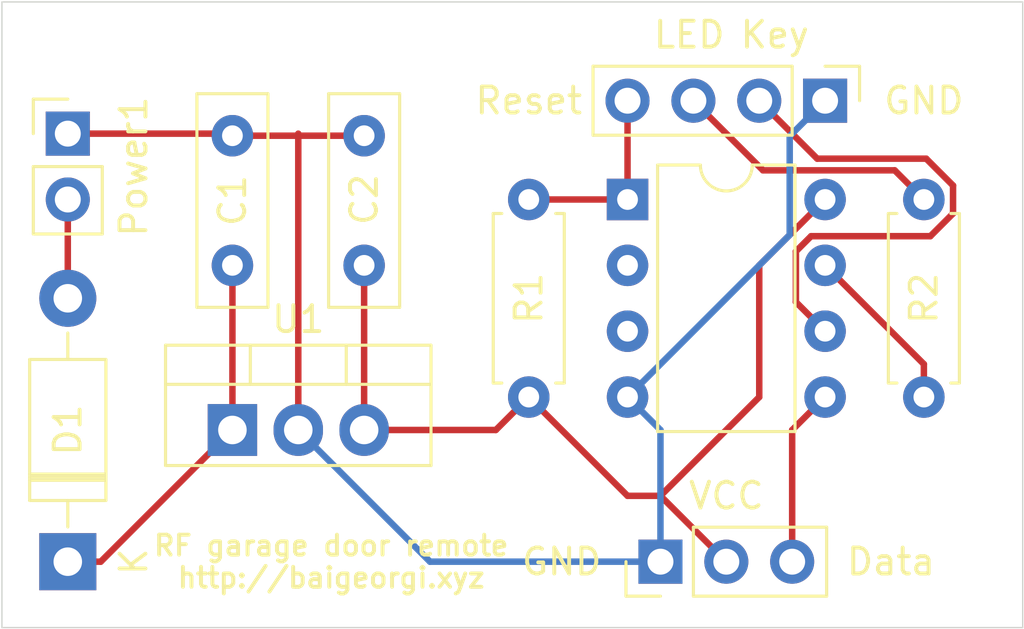
<source format=kicad_pcb>
(kicad_pcb (version 20211014) (generator pcbnew)
  (layers (0 "F.Cu" signal) (31 "B.Cu" signal) (34 "B.Paste" user) (35 "F.Paste" user) (36 "B.SilkS" user "B.Silkscreen") (37 "F.SilkS" user "F.Silkscreen") (38 "B.Mask" user) (39 "F.Mask" user) (44 "Edge.Cuts" user))
  (net 0 "")
  (net 1 "Net-(ATtiny1-Pad1)")
  (net 2 "RF")
  (net 3 "Net-(ATtiny1-Pad2)")
  (net 4 "Net-(ATtiny1-Pad6)")
  (net 5 "Net-(ATtiny1-Pad3)")
  (net 6 "Net-(ATtiny1-Pad7)")
  (net 7 "GND")
  (net 8 "+5V")
  (net 9 "Net-(C1-Pad1)")
  (net 10 "Net-(D1-Pad2)")
  (net 11 "Net-(J1-Pad3)")
  (footprint "Package_DIP:DIP-8_W7.62mm" (layer "F.Cu") (at 83.82 35.56)
    (fp_text reference "ATtiny1" hide)
    (fp_text value "ATtiny85-20PU" hide)
    (fp_line (start 6.46 -1.33) (end 4.81 -1.33) (layer "F.SilkS") (width 0.12))
    (fp_line (start 1.16 8.95) (end 6.46 8.95) (layer "F.SilkS") (width 0.12))
    (fp_line (start 2.81 -1.33) (end 1.16 -1.33) (layer "F.SilkS") (width 0.12))
    (fp_line (start 1.16 -1.33) (end 1.16 8.95) (layer "F.SilkS") (width 0.12))
    (fp_line (start 6.46 8.95) (end 6.46 -1.33) (layer "F.SilkS") (width 0.12))
    (fp_arc (start 4.81 -1.33) (mid 3.81 -0.33) (end 2.81 -1.33) (layer "F.SilkS") (width 0.12))
    (pad "1" thru_hole rect locked (at 0 0) (size 1.6 1.6) (drill 0.8) (layers *.Cu *.Mask) (net 1 "Net-(ATtiny1-Pad1)"))
    (pad "2" thru_hole oval locked (at 0 2.54) (size 1.6 1.6) (drill 0.8) (layers *.Cu *.Mask) (net 3 "Net-(ATtiny1-Pad2)"))
    (pad "3" thru_hole oval locked (at 0 5.08) (size 1.6 1.6) (drill 0.8) (layers *.Cu *.Mask) (net 5 "Net-(ATtiny1-Pad3)"))
    (pad "4" thru_hole oval locked (at 0 7.62) (size 1.6 1.6) (drill 0.8) (layers *.Cu *.Mask) (net 7 "GND"))
    (pad "5" thru_hole oval locked (at 7.62 7.62) (size 1.6 1.6) (drill 0.8) (layers *.Cu *.Mask) (net 2 "RF"))
    (pad "6" thru_hole oval locked (at 7.62 5.08) (size 1.6 1.6) (drill 0.8) (layers *.Cu *.Mask) (net 4 "Net-(ATtiny1-Pad6)"))
    (pad "7" thru_hole oval locked (at 7.62 2.54) (size 1.6 1.6) (drill 0.8) (layers *.Cu *.Mask) (net 6 "Net-(ATtiny1-Pad7)"))
    (pad "8" thru_hole oval locked (at 7.62 0) (size 1.6 1.6) (drill 0.8) (layers *.Cu *.Mask) (net 8 "+5V"))
  )
  (footprint "Capacitor_THT:C_Disc_D8.0mm_W2.5mm_P5.00mm" (layer "F.Cu") (at 68.58 38.1 90)
    (fp_text reference "C1" (at 2.5 0 90) (layer "F.SilkS"))
    (fp_text value "10uF/25V")
    (fp_line (start 6.62 -1.37) (end 6.62 1.37) (layer "F.SilkS") (width 0.12))
    (fp_line (start -1.62 -1.37) (end -1.62 1.37) (layer "F.SilkS") (width 0.12))
    (fp_line (start -1.62 1.37) (end 6.62 1.37) (layer "F.SilkS") (width 0.12))
    (fp_line (start -1.62 -1.37) (end 6.62 -1.37) (layer "F.SilkS") (width 0.12))
    (pad "1" thru_hole circle locked (at 0 0 90) (size 1.6 1.6) (drill 0.8) (layers *.Cu *.Mask) (net 9 "Net-(C1-Pad1)"))
    (pad "2" thru_hole circle locked (at 5 0 90) (size 1.6 1.6) (drill 0.8) (layers *.Cu *.Mask) (net 7 "GND"))
  )
  (footprint "Capacitor_THT:C_Disc_D8.0mm_W2.5mm_P5.00mm" (layer "F.Cu") (at 73.66 38.1 90)
    (fp_text reference "C2" (at 2.54 0 90) (layer "F.SilkS"))
    (fp_text value "10uF/25V")
    (fp_line (start 6.62 -1.37) (end 6.62 1.37) (layer "F.SilkS") (width 0.12))
    (fp_line (start -1.62 -1.37) (end 6.62 -1.37) (layer "F.SilkS") (width 0.12))
    (fp_line (start -1.62 -1.37) (end -1.62 1.37) (layer "F.SilkS") (width 0.12))
    (fp_line (start -1.62 1.37) (end 6.62 1.37) (layer "F.SilkS") (width 0.12))
    (pad "1" thru_hole circle locked (at 0 0 90) (size 1.6 1.6) (drill 0.8) (layers *.Cu *.Mask) (net 8 "+5V"))
    (pad "2" thru_hole circle locked (at 5 0 90) (size 1.6 1.6) (drill 0.8) (layers *.Cu *.Mask) (net 7 "GND"))
  )
  (footprint "Diode_THT:D_DO-41_SOD81_P10.16mm_Horizontal" (layer "F.Cu") (at 62.23 49.53 90)
    (fp_text reference "D1" (at 5.08 0 90) (layer "F.SilkS"))
    (fp_text value "1N4001")
    (fp_text user "K" (at 0 2.54 90) (layer "F.SilkS"))
    (fp_line (start 3.38 -1.47) (end 3.38 1.47) (layer "F.SilkS") (width 0.12))
    (fp_line (start 3.26 -1.47) (end 3.26 1.47) (layer "F.SilkS") (width 0.12))
    (fp_line (start 1.34 0) (end 2.36 0) (layer "F.SilkS") (width 0.12))
    (fp_line (start 3.14 -1.47) (end 3.14 1.47) (layer "F.SilkS") (width 0.12))
    (fp_line (start 2.36 1.47) (end 7.8 1.47) (layer "F.SilkS") (width 0.12))
    (fp_line (start 7.8 -1.47) (end 2.36 -1.47) (layer "F.SilkS") (width 0.12))
    (fp_line (start 8.82 0) (end 7.8 0) (layer "F.SilkS") (width 0.12))
    (fp_line (start 7.8 1.47) (end 7.8 -1.47) (layer "F.SilkS") (width 0.12))
    (fp_line (start 2.36 -1.47) (end 2.36 1.47) (layer "F.SilkS") (width 0.12))
    (pad "1" thru_hole rect locked (at 0 0 90) (size 2.2 2.2) (drill 1.1) (layers *.Cu *.Mask) (net 9 "Net-(C1-Pad1)"))
    (pad "2" thru_hole oval locked (at 10.16 0 90) (size 2.2 2.2) (drill 1.1) (layers *.Cu *.Mask) (net 10 "Net-(D1-Pad2)"))
  )
  (footprint "Connector_PinHeader_2.54mm:PinHeader_1x04_P2.54mm_Vertical" (layer "F.Cu") (at 91.44 31.75 -90)
    (fp_text reference "J1" hide)
    (fp_text value "Conn_01x04" hide)
    (fp_line (start -1.33 1.27) (end 1.33 1.27) (layer "F.SilkS") (width 0.12))
    (fp_line (start -1.33 8.95) (end 1.33 8.95) (layer "F.SilkS") (width 0.12))
    (fp_line (start -1.33 0) (end -1.33 -1.33) (layer "F.SilkS") (width 0.12))
    (fp_line (start -1.33 -1.33) (end 0 -1.33) (layer "F.SilkS") (width 0.12))
    (fp_line (start 1.33 1.27) (end 1.33 8.95) (layer "F.SilkS") (width 0.12))
    (fp_line (start -1.33 1.27) (end -1.33 8.95) (layer "F.SilkS") (width 0.12))
    (pad "1" thru_hole rect locked (at 0 0 270) (size 1.7 1.7) (drill 1) (layers *.Cu *.Mask) (net 7 "GND"))
    (pad "2" thru_hole oval locked (at 0 2.54 270) (size 1.7 1.7) (drill 1) (layers *.Cu *.Mask) (net 4 "Net-(ATtiny1-Pad6)"))
    (pad "3" thru_hole oval locked (at 0 5.08 270) (size 1.7 1.7) (drill 1) (layers *.Cu *.Mask) (net 11 "Net-(J1-Pad3)"))
    (pad "4" thru_hole oval locked (at 0 7.62 270) (size 1.7 1.7) (drill 1) (layers *.Cu *.Mask) (net 1 "Net-(ATtiny1-Pad1)"))
  )
  (footprint "Connector_PinHeader_2.54mm:PinHeader_1x02_P2.54mm_Vertical" (layer "F.Cu") (at 62.23 33.02)
    (fp_text reference "Power1" (at 2.54 1.27 90) (layer "F.SilkS"))
    (fp_text value "Conn_01x02" hide)
    (fp_line (start -1.33 1.27) (end -1.33 3.87) (layer "F.SilkS") (width 0.12))
    (fp_line (start -1.33 -1.33) (end 0 -1.33) (layer "F.SilkS") (width 0.12))
    (fp_line (start -1.33 0) (end -1.33 -1.33) (layer "F.SilkS") (width 0.12))
    (fp_line (start -1.33 1.27) (end 1.33 1.27) (layer "F.SilkS") (width 0.12))
    (fp_line (start 1.33 1.27) (end 1.33 3.87) (layer "F.SilkS") (width 0.12))
    (fp_line (start -1.33 3.87) (end 1.33 3.87) (layer "F.SilkS") (width 0.12))
    (pad "1" thru_hole rect locked (at 0 0) (size 1.7 1.7) (drill 1) (layers *.Cu *.Mask) (net 7 "GND"))
    (pad "2" thru_hole oval locked (at 0 2.54) (size 1.7 1.7) (drill 1) (layers *.Cu *.Mask) (net 10 "Net-(D1-Pad2)"))
  )
  (footprint "Resistor_THT:R_Axial_DIN0207_L6.3mm_D2.5mm_P7.62mm_Horizontal" (layer "F.Cu") (at 80.01 35.56 -90)
    (fp_text reference "R1" (at 3.81 0 90) (layer "F.SilkS"))
    (fp_text value "10K")
    (fp_line (start 0.54 -1.04) (end 0.54 -1.37) (layer "F.SilkS") (width 0.12))
    (fp_line (start 0.54 1.37) (end 7.08 1.37) (layer "F.SilkS") (width 0.12))
    (fp_line (start 0.54 -1.37) (end 7.08 -1.37) (layer "F.SilkS") (width 0.12))
    (fp_line (start 7.08 -1.37) (end 7.08 -1.04) (layer "F.SilkS") (width 0.12))
    (fp_line (start 7.08 1.37) (end 7.08 1.04) (layer "F.SilkS") (width 0.12))
    (fp_line (start 0.54 1.04) (end 0.54 1.37) (layer "F.SilkS") (width 0.12))
    (pad "1" thru_hole circle locked (at 0 0 270) (size 1.6 1.6) (drill 0.8) (layers *.Cu *.Mask) (net 1 "Net-(ATtiny1-Pad1)"))
    (pad "2" thru_hole oval locked (at 7.62 0 270) (size 1.6 1.6) (drill 0.8) (layers *.Cu *.Mask) (net 8 "+5V"))
  )
  (footprint "Resistor_THT:R_Axial_DIN0207_L6.3mm_D2.5mm_P7.62mm_Horizontal" (layer "F.Cu") (at 95.25 43.18 90)
    (fp_text reference "R2" (at 3.81 0 90) (layer "F.SilkS"))
    (fp_text value "10K")
    (fp_line (start 7.08 1.37) (end 7.08 1.04) (layer "F.SilkS") (width 0.12))
    (fp_line (start 0.54 1.37) (end 7.08 1.37) (layer "F.SilkS") (width 0.12))
    (fp_line (start 0.54 1.04) (end 0.54 1.37) (layer "F.SilkS") (width 0.12))
    (fp_line (start 0.54 -1.04) (end 0.54 -1.37) (layer "F.SilkS") (width 0.12))
    (fp_line (start 0.54 -1.37) (end 7.08 -1.37) (layer "F.SilkS") (width 0.12))
    (fp_line (start 7.08 -1.37) (end 7.08 -1.04) (layer "F.SilkS") (width 0.12))
    (pad "1" thru_hole circle locked (at 0 0 90) (size 1.6 1.6) (drill 0.8) (layers *.Cu *.Mask) (net 6 "Net-(ATtiny1-Pad7)"))
    (pad "2" thru_hole oval locked (at 7.62 0 90) (size 1.6 1.6) (drill 0.8) (layers *.Cu *.Mask) (net 11 "Net-(J1-Pad3)"))
  )
  (footprint "Connector_PinHeader_2.54mm:PinHeader_1x03_P2.54mm_Vertical" (layer "F.Cu") (at 85.09 49.53 90)
    (fp_text reference "RF_transmitter1" hide)
    (fp_text value "Conn_01x03" hide)
    (fp_line (start -1.33 -1.33) (end 0 -1.33) (layer "F.SilkS") (width 0.12))
    (fp_line (start 1.33 1.27) (end 1.33 6.41) (layer "F.SilkS") (width 0.12))
    (fp_line (start -1.33 1.27) (end -1.33 6.41) (layer "F.SilkS") (width 0.12))
    (fp_line (start -1.33 6.41) (end 1.33 6.41) (layer "F.SilkS") (width 0.12))
    (fp_line (start -1.33 0) (end -1.33 -1.33) (layer "F.SilkS") (width 0.12))
    (fp_line (start -1.33 1.27) (end 1.33 1.27) (layer "F.SilkS") (width 0.12))
    (pad "1" thru_hole rect locked (at 0 0 90) (size 1.7 1.7) (drill 1) (layers *.Cu *.Mask) (net 7 "GND"))
    (pad "2" thru_hole oval locked (at 0 2.54 90) (size 1.7 1.7) (drill 1) (layers *.Cu *.Mask) (net 8 "+5V"))
    (pad "3" thru_hole oval locked (at 0 5.08 90) (size 1.7 1.7) (drill 1) (layers *.Cu *.Mask) (net 2 "RF"))
  )
  (footprint "Package_TO_SOT_THT:TO-220-3_Vertical" (layer "F.Cu") (at 68.58 44.45)
    (fp_text reference "U1" (at 2.54 -4.27) (layer "F.SilkS"))
    (fp_text value "LM7805_TO220")
    (fp_line (start -2.58 -3.27) (end -2.58 1.371) (layer "F.SilkS") (width 0.12))
    (fp_line (start 7.66 -3.27) (end 7.66 1.371) (layer "F.SilkS") (width 0.12))
    (fp_line (start 0.69 -3.27) (end 0.69 -1.76) (layer "F.SilkS") (width 0.12))
    (fp_line (start -2.58 -3.27) (end 7.66 -3.27) (layer "F.SilkS") (width 0.12))
    (fp_line (start 4.391 -3.27) (end 4.391 -1.76) (layer "F.SilkS") (width 0.12))
    (fp_line (start -2.58 1.371) (end 7.66 1.371) (layer "F.SilkS") (width 0.12))
    (fp_line (start -2.58 -1.76) (end 7.66 -1.76) (layer "F.SilkS") (width 0.12))
    (pad "1" thru_hole rect locked (at 0 0) (size 1.905 2) (drill 1.1) (layers *.Cu *.Mask) (net 9 "Net-(C1-Pad1)"))
    (pad "2" thru_hole oval locked (at 2.54 0) (size 1.905 2) (drill 1.1) (layers *.Cu *.Mask) (net 7 "GND"))
    (pad "3" thru_hole oval locked (at 5.08 0) (size 1.905 2) (drill 1.1) (layers *.Cu *.Mask) (net 8 "+5V"))
  )
  (gr_line (start 59.69 27.94) (end 99.06 27.94) (layer "Edge.Cuts") (width 0.05))
  (gr_line (start 99.06 27.94) (end 99.06 52.07) (layer "Edge.Cuts") (width 0.05))
  (gr_line (start 99.06 52.07) (end 59.69 52.07) (layer "Edge.Cuts") (width 0.05))
  (gr_line (start 59.69 52.07) (end 59.69 27.94) (layer "Edge.Cuts") (width 0.05))
  (gr_text "Data" (at 93.98 49.53) (layer "F.SilkS") (effects (font (size 1 1))))
  (gr_text "VCC" (at 87.63 46.99) (layer "F.SilkS") (effects (font (size 1 1))))
  (gr_text "RF garage door remote\nhttp://baigeorgi.xyz" (at 72.39 49.53) (layer "F.SilkS") (effects (font (size 0.77 0.77))))
  (gr_text "Reset" (at 80.01 31.75) (layer "F.SilkS") (effects (font (size 1 1))))
  (gr_text "Key" (at 89.5 29.21) (layer "F.SilkS") (effects (font (size 1 1))))
  (gr_text "GND" (at 81.28 49.53) (layer "F.SilkS") (effects (font (size 1 1))))
  (gr_text "LED" (at 86.2 29.21) (layer "F.SilkS") (effects (font (size 1 1))))
  (gr_text "GND" (at 95.25 31.75) (layer "F.SilkS") (effects (font (size 1 1))))
  (segment (start 83.82 31.75) (end 83.82 35.56) (width 0.25) (layer "F.Cu") (net 1))
  (segment (start 80.01 35.56) (end 83.82 35.56) (width 0.25) (layer "F.Cu") (net 1))
  (segment (start 90.17 44.45) (end 91.44 43.18) (width 0.25) (layer "F.Cu") (net 2))
  (segment (start 90.17 49.53) (end 90.17 44.45) (width 0.25) (layer "F.Cu") (net 2))
  (segment (start 96.375001 36.100001) (end 95.500003 36.974999) (width 0.25) (layer "F.Cu") (net 4))
  (segment (start 95.500003 36.974999) (end 90.899999 36.974999) (width 0.25) (layer "F.Cu") (net 4))
  (segment (start 88.9 31.75) (end 91.134989 33.984989) (width 0.25) (layer "F.Cu") (net 4))
  (segment (start 95.339991 33.984989) (end 96.375001 35.019999) (width 0.25) (layer "F.Cu") (net 4))
  (segment (start 96.375001 35.019999) (end 96.375001 36.100001) (width 0.25) (layer "F.Cu") (net 4))
  (segment (start 91.134989 33.984989) (end 95.339991 33.984989) (width 0.25) (layer "F.Cu") (net 4))
  (segment (start 90.314999 37.559999) (end 90.314999 39.514999) (width 0.25) (layer "F.Cu") (net 4))
  (segment (start 90.314999 39.514999) (end 91.44 40.64) (width 0.25) (layer "F.Cu") (net 4))
  (segment (start 90.899999 36.974999) (end 90.314999 37.559999) (width 0.25) (layer "F.Cu") (net 4))
  (segment (start 95.25 43.18) (end 95.25 41.91) (width 0.25) (layer "F.Cu") (net 6))
  (segment (start 95.25 41.91) (end 91.44 38.1) (width 0.25) (layer "F.Cu") (net 6))
  (segment (start 68.5 33.02) (end 68.58 33.1) (width 0.25) (layer "F.Cu") (net 7))
  (segment (start 68.58 33.1) (end 73.66 33.1) (width 0.25) (layer "F.Cu") (net 7))
  (segment (start 71.12 44.45) (end 71.12 33.02) (width 0.25) (layer "F.Cu") (net 7))
  (segment (start 62.23 33.02) (end 68.5 33.02) (width 0.25) (layer "F.Cu") (net 7))
  (segment (start 76.2 49.53) (end 85.09 49.53) (width 0.25) (layer "B.Cu") (net 7))
  (segment (start 83.82 43.18) (end 90.075001 36.924999) (width 0.25) (layer "B.Cu") (net 7))
  (segment (start 90.075001 36.924999) (end 90.075001 33.114999) (width 0.25) (layer "B.Cu") (net 7))
  (segment (start 85.09 49.53) (end 85.09 44.45) (width 0.25) (layer "B.Cu") (net 7))
  (segment (start 85.09 44.45) (end 83.82 43.18) (width 0.25) (layer "B.Cu") (net 7))
  (segment (start 71.12 44.45) (end 76.2 49.53) (width 0.25) (layer "B.Cu") (net 7))
  (segment (start 90.075001 33.114999) (end 91.44 31.75) (width 0.25) (layer "B.Cu") (net 7))
  (segment (start 80.01 43.18) (end 83.82 46.99) (width 0.25) (layer "F.Cu") (net 8))
  (segment (start 73.66 44.45) (end 73.66 38.1) (width 0.25) (layer "F.Cu") (net 8))
  (segment (start 85.09 46.99) (end 87.63 49.53) (width 0.25) (layer "F.Cu") (net 8))
  (segment (start 78.74 44.45) (end 80.01 43.18) (width 0.25) (layer "F.Cu") (net 8))
  (segment (start 88.9 38.1) (end 88.9 43.18) (width 0.25) (layer "F.Cu") (net 8))
  (segment (start 88.9 43.18) (end 85.09 46.99) (width 0.25) (layer "F.Cu") (net 8))
  (segment (start 83.82 46.99) (end 85.09 46.99) (width 0.25) (layer "F.Cu") (net 8))
  (segment (start 73.66 44.45) (end 78.74 44.45) (width 0.25) (layer "F.Cu") (net 8))
  (segment (start 91.44 35.56) (end 88.9 38.1) (width 0.25) (layer "F.Cu") (net 8))
  (segment (start 63.5 49.53) (end 68.58 44.45) (width 0.25) (layer "F.Cu") (net 9))
  (segment (start 68.58 44.45) (end 68.58 38.1) (width 0.25) (layer "F.Cu") (net 9))
  (segment (start 62.23 49.53) (end 63.5 49.53) (width 0.25) (layer "F.Cu") (net 9))
  (segment (start 62.23 35.56) (end 62.23 39.37) (width 0.25) (layer "F.Cu") (net 10))
  (segment (start 94.124999 34.434999) (end 89.044999 34.434999) (width 0.25) (layer "F.Cu") (net 11))
  (segment (start 89.044999 34.434999) (end 86.36 31.75) (width 0.25) (layer "F.Cu") (net 11))
  (segment (start 95.25 35.56) (end 94.124999 34.434999) (width 0.25) (layer "F.Cu") (net 11))
)
</source>
